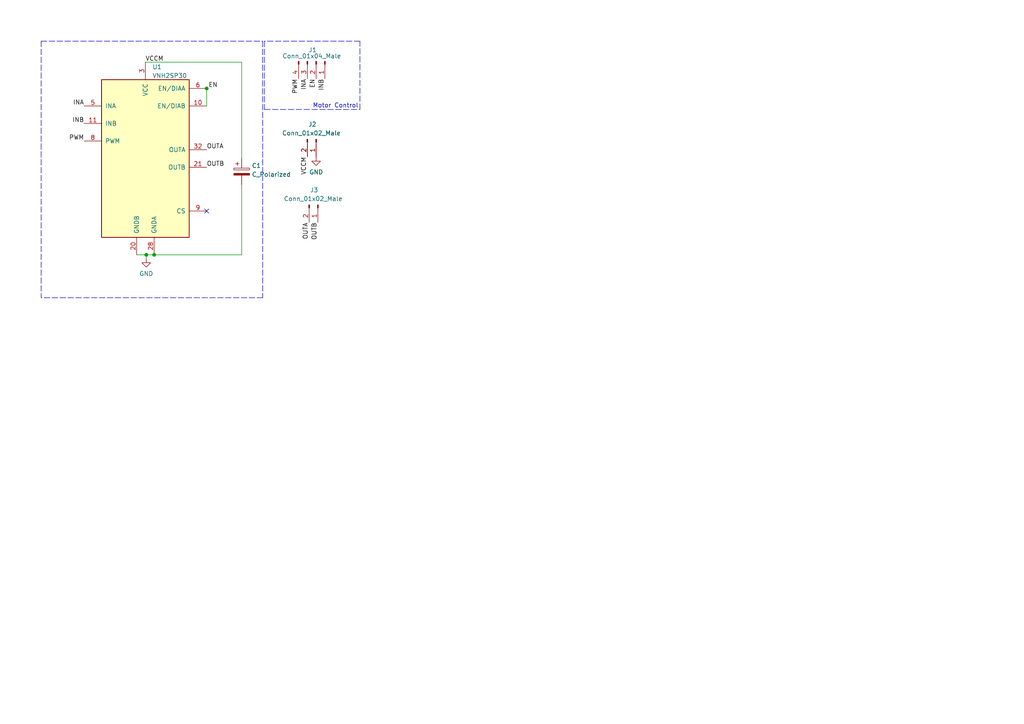
<source format=kicad_sch>
(kicad_sch (version 20211123) (generator eeschema)
  (paper "A4")
  (lib_symbols
    (symbol "Connector:Conn_01x02_Male" (pin_names (offset 1.016) hide)
      (property "Reference" "J" (at 0 2.54 0))
      (property "Value" "Conn_01x02_Male" (at 0 -5.08 0))
      (symbol "Conn_01x02_Male_1_1"
        (polyline (pts (xy 1.27 -2.54) (xy 0.8636 -2.54)) (stroke (width 0.1524)))
        (polyline (pts (xy 1.27 0) (xy 0.8636 0)) (stroke (width 0.1524)))
        (rectangle (start 0.8636 -2.413) (end 0 -2.667) (stroke (width 0.1524)) (fill (type outline)))
        (rectangle (start 0.8636 0.127) (end 0 -0.127) (stroke (width 0.1524)) (fill (type outline)))
        (pin passive line (at 5.08 0 180) (length 3.81) (name "Pin_1") (number "1"))
        (pin passive line (at 5.08 -2.54 180) (length 3.81) (name "Pin_2") (number "2"))
      )
    )
    (symbol "Connector:Conn_01x04_Male" (pin_names (offset 1.016) hide)
      (property "Reference" "J" (at 0 5.08 0))
      (property "Value" "Conn_01x04_Male" (at 0 -7.62 0))
      (symbol "Conn_01x04_Male_1_1"
        (polyline (pts (xy 1.27 -5.08) (xy 0.8636 -5.08)) (stroke (width 0.1524)))
        (polyline (pts (xy 1.27 -2.54) (xy 0.8636 -2.54)) (stroke (width 0.1524)))
        (polyline (pts (xy 1.27 0) (xy 0.8636 0)) (stroke (width 0.1524)))
        (polyline (pts (xy 1.27 2.54) (xy 0.8636 2.54)) (stroke (width 0.1524)))
        (rectangle (start 0.8636 -4.953) (end 0 -5.207) (stroke (width 0.1524)) (fill (type outline)))
        (rectangle (start 0.8636 -2.413) (end 0 -2.667) (stroke (width 0.1524)) (fill (type outline)))
        (rectangle (start 0.8636 0.127) (end 0 -0.127) (stroke (width 0.1524)) (fill (type outline)))
        (rectangle (start 0.8636 2.667) (end 0 2.413) (stroke (width 0.1524)) (fill (type outline)))
        (pin passive line (at 5.08 2.54 180) (length 3.81) (name "Pin_1") (number "1"))
        (pin passive line (at 5.08 0 180) (length 3.81) (name "Pin_2") (number "2"))
        (pin passive line (at 5.08 -2.54 180) (length 3.81) (name "Pin_3") (number "3"))
        (pin passive line (at 5.08 -5.08 180) (length 3.81) (name "Pin_4") (number "4"))
      )
    )
    (symbol "Device:C_Polarized" (pin_numbers hide) (pin_names (offset 0.254))
      (property "Reference" "C" (at 0.635 2.54 0))
      (property "Value" "C_Polarized" (at 0.635 -2.54 0))
      (symbol "C_Polarized_0_1"
        (rectangle (start -2.286 0.508) (end 2.286 1.016))
        (polyline (pts (xy -1.778 2.286) (xy -0.762 2.286)))
        (polyline (pts (xy -1.27 2.794) (xy -1.27 1.778)))
        (rectangle (start 2.286 -0.508) (end -2.286 -1.016) (fill (type outline)))
      )
      (symbol "C_Polarized_1_1"
        (pin passive line (at 0 3.81 270) (length 2.794) (name "~") (number "1"))
        (pin passive line (at 0 -3.81 90) (length 2.794) (name "~") (number "2"))
      )
    )
    (symbol "Driver_Motor:VNH2SP30" (pin_names (offset 1.016))
      (property "Reference" "U" (at -12.7 25.4 0))
      (property "Value" "VNH2SP30" (at 13.97 25.4 0))
      (symbol "VNH2SP30_1_1"
        (rectangle (start -12.7 22.86) (end 12.7 -22.86) (stroke (width 0.254)) (fill (type background)))
        (pin passive line (at 17.78 2.54 180) (length 5.08) hide (name "OUTA") (number "1"))
        (pin output line (at 17.78 15.24 180) (length 5.08) (name "EN/DIAB") (number "10"))
        (pin input line (at -17.78 10.16 0) (length 5.08) (name "INB") (number "11"))
        (pin no_connect line (at -17.78 -7.62 0) (length 5.08) hide (name "NC") (number "12"))
        (pin passive line (at 0 27.94 270) (length 5.08) hide (name "VCC") (number "13"))
        (pin no_connect line (at -17.78 -10.16 0) (length 5.08) hide (name "NC") (number "14"))
        (pin passive line (at 17.78 -2.54 180) (length 5.08) hide (name "OUTB") (number "15"))
        (pin passive line (at 17.78 -2.54 180) (length 5.08) hide (name "OUTB") (number "16"))
        (pin no_connect line (at -17.78 -20.32 0) (length 5.08) hide (name "NC") (number "17"))
        (pin passive line (at -2.54 -27.94 90) (length 5.08) hide (name "GNDB") (number "18"))
        (pin passive line (at -2.54 -27.94 90) (length 5.08) hide (name "GNDB") (number "19"))
        (pin no_connect line (at -17.78 0 0) (length 5.08) hide (name "NC") (number "2"))
        (pin passive line (at -2.54 -27.94 90) (length 5.08) (name "GNDB") (number "20"))
        (pin output line (at 17.78 -2.54 180) (length 5.08) (name "OUTB") (number "21"))
        (pin no_connect line (at -17.78 -17.78 0) (length 5.08) hide (name "NC") (number "22"))
        (pin passive line (at 0 27.94 270) (length 5.08) hide (name "VCC") (number "23"))
        (pin no_connect line (at -17.78 -15.24 0) (length 5.08) hide (name "NC") (number "24"))
        (pin passive line (at 17.78 2.54 180) (length 5.08) hide (name "OUTA") (number "25"))
        (pin passive line (at 2.54 -27.94 90) (length 5.08) hide (name "GNDA") (number "26"))
        (pin passive line (at 2.54 -27.94 90) (length 5.08) hide (name "GNDA") (number "27"))
        (pin passive line (at 2.54 -27.94 90) (length 5.08) (name "GNDA") (number "28"))
        (pin no_connect line (at -17.78 -12.7 0) (length 5.08) hide (name "NC") (number "29"))
        (pin power_in line (at 0 27.94 270) (length 5.08) (name "VCC") (number "3"))
        (pin passive line (at 17.78 2.54 180) (length 5.08) hide (name "OUTA") (number "30"))
        (pin passive line (at 0 27.94 270) (length 5.08) hide (name "VCC") (number "31"))
        (pin passive line (at 17.78 2.54 180) (length 5.08) (name "OUTA") (number "32"))
        (pin passive line (at 17.78 -2.54 180) (length 5.08) hide (name "OUTB") (number "33"))
        (pin no_connect line (at -17.78 -2.54 0) (length 5.08) hide (name "NC") (number "4"))
        (pin input line (at -17.78 15.24 0) (length 5.08) (name "INA") (number "5"))
        (pin output line (at 17.78 20.32 180) (length 5.08) (name "EN/DIAA") (number "6"))
        (pin no_connect line (at -17.78 -5.08 0) (length 5.08) hide (name "NC") (number "7"))
        (pin input line (at -17.78 5.08 0) (length 5.08) (name "PWM") (number "8"))
        (pin output line (at 17.78 -15.24 180) (length 5.08) (name "CS") (number "9"))
      )
    )
    (symbol "power:GND" (power) (pin_names (offset 0))
      (property "Value" "GND" (at 0 -3.81 0))
      (symbol "GND_0_1"
        (polyline (pts (xy 0 0) (xy 0 -1.27) (xy 1.27 -1.27) (xy 0 -2.54) (xy -1.27 -1.27) (xy 0 -1.27)))
      )
      (symbol "GND_1_1"
        (pin power_in line (at 0 0 270) (length 0) hide (name "GND") (number "1"))
      )
    )
  )
  (junction (at 42.418 73.914))
  (junction (at 44.704 73.914))
  (junction (at 59.944 25.654))
  (no_connect (at 59.944 61.214))
  (polyline (pts (xy 76.708 11.938) (xy 76.708 31.75)))
  (wire (pts (xy 44.704 73.914) (xy 70.104 73.914)))
  (wire (pts (xy 70.104 73.914) (xy 70.104 53.594)))
  (polyline (pts (xy 104.394 11.938) (xy 76.708 11.938)))
  (polyline (pts (xy 76.708 31.75) (xy 104.394 31.75)))
  (wire (pts (xy 39.624 73.914) (xy 42.418 73.914)))
  (polyline (pts (xy 76.2 86.36) (xy 11.938 86.36)))
  (polyline (pts (xy 104.394 31.75) (xy 104.394 11.938)))
  (polyline (pts (xy 76.2 11.938) (xy 76.2 86.36)))
  (wire (pts (xy 70.104 45.974) (xy 70.104 18.034)))
  (wire (pts (xy 70.104 18.034) (xy 42.164 18.034)))
  (wire (pts (xy 42.418 73.914) (xy 42.418 74.93)))
  (polyline (pts (xy 11.938 11.938) (xy 11.938 86.36)))
  (polyline (pts (xy 11.938 11.938) (xy 76.2 11.938)))
  (wire (pts (xy 59.944 25.654) (xy 59.944 30.734)))
  (wire (pts (xy 59.944 25.654) (xy 60.452 25.654)))
  (wire (pts (xy 42.418 73.914) (xy 44.704 73.914)))
  (text "Motor Control\n" (at 90.678 31.496 0) (effects (font (size 1.27 1.27)) (justify left bottom)))
  (label "INB" (at 24.384 35.814 180))
  (label "PWM" (at 24.384 40.894 180))
  (label "PWM" (at 86.614 22.86 270))
  (label "EN" (at 60.452 25.654 0))
  (label "INA" (at 24.384 30.734 180))
  (label "VCCM" (at 42.164 18.034 0))
  (label "OUTB" (at 92.202 64.516 270))
  (label "VCCM" (at 89.154 45.466 270))
  (label "EN" (at 91.694 22.86 270))
  (label "OUTA" (at 59.944 43.434 0))
  (label "OUTB" (at 59.944 48.514 0))
  (label "INA" (at 89.154 22.86 270))
  (label "INB" (at 94.234 22.86 270))
  (label "OUTA" (at 89.662 64.516 270))
  (symbol (lib_id "Connector:Conn_01x02_Male") (at 91.694 40.386 270) (unit 1)
    (property "Reference" "J2" (at 89.408 36.068 90) (effects (justify left)))
    (property "Value" "Conn_01x02_Male" (at 81.788 38.608 90) (effects (justify left)))
    (property "Footprint" "TerminalBlock:TerminalBlock_bornier-2_P5.08mm" (effects hide))
  )
  (symbol (lib_id "power:GND") (at 91.694 45.466 0) (unit 1)
    (property "Reference" "#PWR02" (effects hide))
    (property "Value" "GND" (at 91.694 49.9094 0))
  )
  (symbol (lib_id "Driver_Motor:VNH2SP30") (at 42.164 45.974 0) (unit 1)
    (property "Reference" "U1" (at 44.1834 19.4142 0) (effects (justify left)))
    (property "Value" "VNH2SP30" (at 44.1834 21.9511 0) (effects (justify left)))
    (property "Footprint" "Package_SO:ST_MultiPowerSO-30" (effects hide))
    (property "Datasheet" "http://www.st.com/content/ccc/resource/technical/document/datasheet/group2/66/b8/f5/2c/9a/66/41/c7/CD00043711/files/CD00043711.pdf/jcr:content/translations/en.CD00043711.pdf" (effects hide))
  )
  (symbol (lib_id "power:GND") (at 42.418 74.93 0) (unit 1)
    (property "Reference" "#PWR01" (effects hide))
    (property "Value" "GND" (at 42.418 79.3734 0))
  )
  (symbol (lib_id "Connector:Conn_01x04_Male") (at 91.694 17.78 270) (unit 1)
    (property "Reference" "J1" (at 90.678 14.478 90))
    (property "Value" "Conn_01x04_Male" (at 90.424 16.256 90))
    (property "Footprint" "Connector_PinHeader_2.54mm:PinHeader_1x04_P2.54mm_Vertical" (effects hide))
  )
  (symbol (lib_id "Device:C_Polarized") (at 70.104 49.784 0) (unit 1)
    (property "Reference" "C1" (at 73.025 48.0603 0) (effects (justify left)))
    (property "Value" "C_Polarized" (at 73.025 50.5972 0) (effects (justify left)))
    (property "Footprint" "Capacitor_SMD:CP_Elec_5x5.3" (effects hide))
  )
  (symbol (lib_id "Connector:Conn_01x02_Male") (at 92.202 59.436 270) (unit 1)
    (property "Reference" "J3" (at 89.916 55.118 90) (effects (justify left)))
    (property "Value" "Conn_01x02_Male" (at 82.296 57.658 90) (effects (justify left)))
    (property "Footprint" "TerminalBlock:TerminalBlock_bornier-2_P5.08mm" (effects hide))
  )
)
</source>
